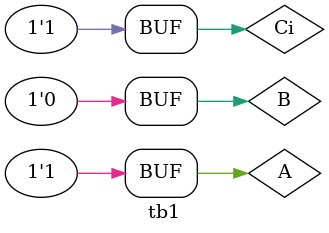
<source format=v>
module tb1;

reg A, B, Ci;
wire S, Co;

pb1 U0(A,B,Ci,S,Co);

initial begin
	A = 1; B = 0; Ci = 1;
end
endmodule
</source>
